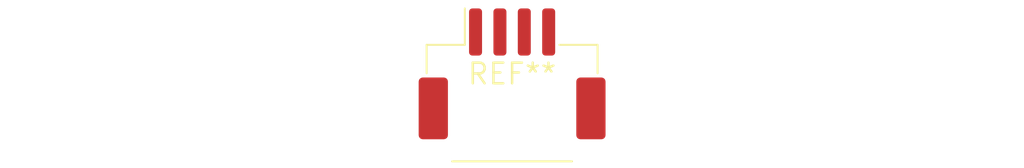
<source format=kicad_pcb>
(kicad_pcb (version 20240108) (generator pcbnew)
  (layers (0 "F.Cu" signal) (31 "B.Cu" signal) (34 "B.Paste" user) (35 "F.Paste" user) (36 "B.SilkS" user "B.Silkscreen") (37 "F.SilkS" user "F.Silkscreen") (38 "B.Mask" user) (39 "F.Mask" user) (44 "Edge.Cuts" user))
  (net 0 "")
  (footprint "Molex_CLIK-Mate_502585-0470_1x04-1MP_P1.50mm_Horizontal" (layer "F.Cu") (at 0 0)
    (property "Reference" "REF**")
    (property "Value" "Molex_CLIK-Mate_502585-0470_1x04-1MP_P1.50mm_Horizontal")
    (fp_line (start -5.26 -1.785) (end -2.91 -1.785) (layer "F.SilkS") (stroke (width 0.12)))
    (fp_line (start -5.26 -0.035) (end -5.26 -1.785) (layer "F.SilkS") (stroke (width 0.12)))
    (fp_line (start -3.69 5.385) (end 3.69 5.385) (layer "F.SilkS") (stroke (width 0.12)))
    (fp_line (start -2.91 -1.785) (end -2.91 -4.025) (layer "F.SilkS") (stroke (width 0.12)))
    (fp_line (start 5.26 -1.785) (end 2.91 -1.785) (layer "F.SilkS") (stroke (width 0.12)))
    (fp_line (start 5.26 -0.035) (end 5.26 -1.785) (layer "F.SilkS") (stroke (width 0.12)))
    (pad "1" smd roundrect (at -2.25 -2.575) (size 0.8 2.9) (layers "F.Cu" "F.Paste" "F.Mask"))
    (pad "2" smd roundrect (at -0.75 -2.575) (size 0.8 2.9) (layers "F.Cu" "F.Paste" "F.Mask"))
    (pad "3" smd roundrect (at 0.75 -2.575) (size 0.8 2.9) (layers "F.Cu" "F.Paste" "F.Mask"))
    (pad "4" smd roundrect (at 2.25 -2.575) (size 0.8 2.9) (layers "F.Cu" "F.Paste" "F.Mask"))
    (pad "MP" smd roundrect (at -4.85 2.125) (size 1.8 3.8) (layers "F.Cu" "F.Paste" "F.Mask") (roundrect_rratio 0.138889))
    (pad "MP" smd roundrect (at 4.85 2.125) (size 1.8 3.8) (layers "F.Cu" "F.Paste" "F.Mask") (roundrect_rratio 0.138889))
  )
)
</source>
